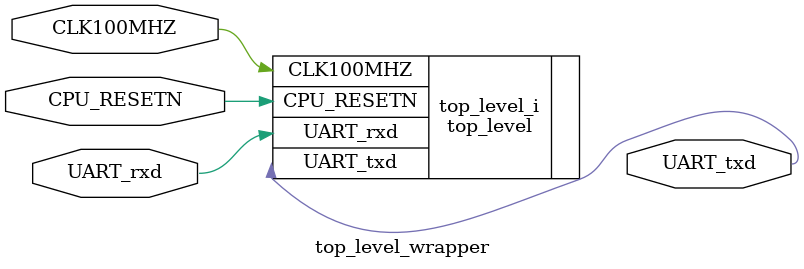
<source format=v>
`timescale 1 ps / 1 ps

module top_level_wrapper
   (CLK100MHZ,
    CPU_RESETN,
    UART_rxd,
    UART_txd);
  input CLK100MHZ;
  input CPU_RESETN;
  input UART_rxd;
  output UART_txd;

  wire CLK100MHZ;
  wire CPU_RESETN;
  wire UART_rxd;
  wire UART_txd;

  top_level top_level_i
       (.CLK100MHZ(CLK100MHZ),
        .CPU_RESETN(CPU_RESETN),
        .UART_rxd(UART_rxd),
        .UART_txd(UART_txd));
endmodule

</source>
